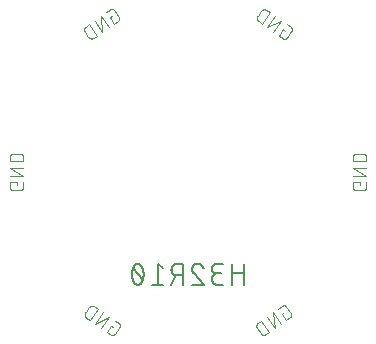
<source format=gbr>
G04 EAGLE Gerber RS-274X export*
G75*
%MOMM*%
%FSLAX34Y34*%
%LPD*%
%INSilkscreen Bottom*%
%IPPOS*%
%AMOC8*
5,1,8,0,0,1.08239X$1,22.5*%
G01*
%ADD10C,0.101600*%
%ADD11C,0.152400*%


D10*
X428596Y465683D02*
X427001Y466800D01*
X423278Y461483D01*
X426468Y459249D01*
X426551Y459194D01*
X426635Y459142D01*
X426722Y459093D01*
X426810Y459047D01*
X426900Y459005D01*
X426992Y458966D01*
X427085Y458931D01*
X427179Y458899D01*
X427274Y458871D01*
X427371Y458847D01*
X427468Y458826D01*
X427566Y458810D01*
X427665Y458796D01*
X427764Y458787D01*
X427863Y458782D01*
X427963Y458780D01*
X428062Y458782D01*
X428161Y458788D01*
X428260Y458798D01*
X428359Y458811D01*
X428457Y458829D01*
X428554Y458850D01*
X428650Y458874D01*
X428746Y458903D01*
X428840Y458935D01*
X428933Y458970D01*
X429024Y459009D01*
X429114Y459052D01*
X429202Y459098D01*
X429288Y459147D01*
X429373Y459200D01*
X429455Y459256D01*
X429535Y459315D01*
X429613Y459377D01*
X429688Y459442D01*
X429761Y459509D01*
X429831Y459580D01*
X429899Y459653D01*
X429963Y459729D01*
X430025Y459807D01*
X430084Y459887D01*
X433807Y465204D01*
X433862Y465287D01*
X433914Y465371D01*
X433963Y465458D01*
X434009Y465546D01*
X434051Y465636D01*
X434090Y465728D01*
X434125Y465821D01*
X434157Y465915D01*
X434185Y466010D01*
X434209Y466107D01*
X434230Y466204D01*
X434246Y466302D01*
X434260Y466401D01*
X434269Y466500D01*
X434274Y466599D01*
X434276Y466699D01*
X434274Y466798D01*
X434268Y466897D01*
X434258Y466996D01*
X434245Y467095D01*
X434227Y467193D01*
X434206Y467290D01*
X434182Y467386D01*
X434153Y467482D01*
X434121Y467576D01*
X434086Y467669D01*
X434047Y467760D01*
X434004Y467850D01*
X433958Y467938D01*
X433909Y468024D01*
X433856Y468109D01*
X433800Y468191D01*
X433741Y468271D01*
X433679Y468349D01*
X433614Y468424D01*
X433547Y468497D01*
X433476Y468567D01*
X433403Y468635D01*
X433327Y468699D01*
X433249Y468761D01*
X433169Y468820D01*
X433170Y468820D02*
X429979Y471054D01*
X425310Y474324D02*
X418608Y464753D01*
X413291Y468476D02*
X425310Y474324D01*
X419992Y478047D02*
X413291Y468476D01*
X408621Y471746D02*
X415322Y481317D01*
X412664Y483178D01*
X412664Y483179D02*
X412570Y483242D01*
X412474Y483302D01*
X412376Y483359D01*
X412276Y483412D01*
X412174Y483462D01*
X412070Y483508D01*
X411965Y483550D01*
X411859Y483589D01*
X411751Y483624D01*
X411642Y483655D01*
X411532Y483683D01*
X411421Y483706D01*
X411310Y483726D01*
X411198Y483742D01*
X411085Y483754D01*
X410972Y483762D01*
X410859Y483766D01*
X410745Y483766D01*
X410632Y483762D01*
X410519Y483754D01*
X410406Y483742D01*
X410294Y483726D01*
X410183Y483706D01*
X410072Y483683D01*
X409962Y483655D01*
X409853Y483624D01*
X409745Y483589D01*
X409639Y483550D01*
X409534Y483508D01*
X409430Y483462D01*
X409328Y483412D01*
X409228Y483359D01*
X409130Y483302D01*
X409034Y483242D01*
X408940Y483179D01*
X408849Y483112D01*
X408759Y483043D01*
X408672Y482970D01*
X408588Y482894D01*
X408507Y482815D01*
X408428Y482734D01*
X408352Y482650D01*
X408279Y482563D01*
X408210Y482474D01*
X408143Y482382D01*
X408144Y482381D02*
X405165Y478128D01*
X405102Y478034D01*
X405042Y477938D01*
X404985Y477840D01*
X404932Y477740D01*
X404882Y477638D01*
X404836Y477534D01*
X404794Y477429D01*
X404755Y477323D01*
X404720Y477215D01*
X404689Y477106D01*
X404661Y476996D01*
X404638Y476885D01*
X404618Y476774D01*
X404602Y476662D01*
X404590Y476549D01*
X404582Y476436D01*
X404578Y476323D01*
X404578Y476209D01*
X404582Y476096D01*
X404590Y475983D01*
X404602Y475870D01*
X404618Y475758D01*
X404638Y475647D01*
X404661Y475536D01*
X404689Y475426D01*
X404720Y475317D01*
X404755Y475209D01*
X404794Y475103D01*
X404836Y474998D01*
X404882Y474894D01*
X404932Y474792D01*
X404985Y474692D01*
X405042Y474594D01*
X405102Y474498D01*
X405165Y474404D01*
X405232Y474312D01*
X405301Y474223D01*
X405374Y474136D01*
X405450Y474052D01*
X405529Y473971D01*
X405610Y473892D01*
X405694Y473816D01*
X405781Y473743D01*
X405871Y473674D01*
X405962Y473607D01*
X408621Y471746D01*
X492049Y337254D02*
X492049Y335306D01*
X492049Y337254D02*
X485558Y337254D01*
X485558Y333359D01*
X485560Y333260D01*
X485566Y333160D01*
X485575Y333061D01*
X485588Y332963D01*
X485605Y332865D01*
X485626Y332767D01*
X485651Y332671D01*
X485679Y332576D01*
X485711Y332482D01*
X485746Y332389D01*
X485785Y332297D01*
X485828Y332207D01*
X485873Y332119D01*
X485923Y332032D01*
X485975Y331948D01*
X486031Y331865D01*
X486089Y331785D01*
X486151Y331707D01*
X486216Y331632D01*
X486284Y331559D01*
X486354Y331489D01*
X486427Y331421D01*
X486502Y331356D01*
X486580Y331294D01*
X486660Y331236D01*
X486743Y331180D01*
X486827Y331128D01*
X486914Y331078D01*
X487002Y331033D01*
X487092Y330990D01*
X487184Y330951D01*
X487277Y330916D01*
X487371Y330884D01*
X487466Y330856D01*
X487562Y330831D01*
X487660Y330810D01*
X487758Y330793D01*
X487856Y330780D01*
X487955Y330771D01*
X488055Y330765D01*
X488154Y330763D01*
X494646Y330763D01*
X494745Y330765D01*
X494845Y330771D01*
X494944Y330780D01*
X495042Y330793D01*
X495140Y330810D01*
X495238Y330831D01*
X495334Y330856D01*
X495429Y330884D01*
X495523Y330916D01*
X495616Y330951D01*
X495708Y330990D01*
X495798Y331033D01*
X495886Y331078D01*
X495973Y331128D01*
X496057Y331180D01*
X496140Y331236D01*
X496220Y331294D01*
X496298Y331356D01*
X496373Y331421D01*
X496446Y331489D01*
X496516Y331559D01*
X496584Y331632D01*
X496649Y331707D01*
X496711Y331785D01*
X496769Y331865D01*
X496825Y331948D01*
X496877Y332032D01*
X496927Y332119D01*
X496972Y332207D01*
X497015Y332297D01*
X497054Y332389D01*
X497089Y332481D01*
X497121Y332576D01*
X497149Y332671D01*
X497174Y332767D01*
X497195Y332865D01*
X497212Y332963D01*
X497225Y333061D01*
X497234Y333160D01*
X497240Y333260D01*
X497242Y333359D01*
X497242Y337254D01*
X497242Y342954D02*
X485558Y342954D01*
X485558Y349446D02*
X497242Y342954D01*
X497242Y349446D02*
X485558Y349446D01*
X485558Y355146D02*
X497242Y355146D01*
X497242Y358392D01*
X497240Y358505D01*
X497234Y358618D01*
X497224Y358731D01*
X497210Y358844D01*
X497193Y358956D01*
X497171Y359067D01*
X497146Y359177D01*
X497116Y359287D01*
X497083Y359395D01*
X497046Y359502D01*
X497006Y359608D01*
X496961Y359712D01*
X496913Y359815D01*
X496862Y359916D01*
X496807Y360015D01*
X496749Y360112D01*
X496687Y360207D01*
X496622Y360300D01*
X496554Y360390D01*
X496483Y360478D01*
X496408Y360564D01*
X496331Y360647D01*
X496251Y360727D01*
X496168Y360804D01*
X496082Y360879D01*
X495994Y360950D01*
X495904Y361018D01*
X495811Y361083D01*
X495716Y361145D01*
X495619Y361203D01*
X495520Y361258D01*
X495419Y361309D01*
X495316Y361357D01*
X495212Y361402D01*
X495106Y361442D01*
X494999Y361479D01*
X494891Y361512D01*
X494781Y361542D01*
X494671Y361567D01*
X494560Y361589D01*
X494448Y361606D01*
X494335Y361620D01*
X494222Y361630D01*
X494109Y361636D01*
X493996Y361638D01*
X488804Y361638D01*
X488691Y361636D01*
X488578Y361630D01*
X488465Y361620D01*
X488352Y361606D01*
X488240Y361589D01*
X488129Y361567D01*
X488019Y361542D01*
X487909Y361512D01*
X487801Y361479D01*
X487694Y361442D01*
X487588Y361402D01*
X487484Y361357D01*
X487381Y361309D01*
X487280Y361258D01*
X487181Y361203D01*
X487084Y361145D01*
X486989Y361083D01*
X486896Y361018D01*
X486806Y360950D01*
X486718Y360879D01*
X486632Y360804D01*
X486549Y360727D01*
X486469Y360647D01*
X486392Y360564D01*
X486317Y360478D01*
X486246Y360390D01*
X486178Y360300D01*
X486113Y360207D01*
X486051Y360112D01*
X485993Y360015D01*
X485938Y359916D01*
X485887Y359815D01*
X485839Y359712D01*
X485794Y359608D01*
X485754Y359502D01*
X485717Y359395D01*
X485684Y359287D01*
X485654Y359177D01*
X485629Y359067D01*
X485607Y358956D01*
X485590Y358844D01*
X485576Y358731D01*
X485566Y358618D01*
X485560Y358505D01*
X485558Y358392D01*
X485558Y355146D01*
X427351Y227280D02*
X425756Y226163D01*
X429479Y220846D01*
X432670Y223080D01*
X432669Y223080D02*
X432749Y223139D01*
X432827Y223201D01*
X432903Y223265D01*
X432976Y223333D01*
X433047Y223403D01*
X433114Y223476D01*
X433179Y223551D01*
X433241Y223629D01*
X433300Y223709D01*
X433356Y223791D01*
X433409Y223876D01*
X433458Y223962D01*
X433504Y224050D01*
X433547Y224140D01*
X433586Y224231D01*
X433621Y224324D01*
X433653Y224418D01*
X433682Y224514D01*
X433706Y224610D01*
X433727Y224707D01*
X433745Y224805D01*
X433758Y224904D01*
X433768Y225003D01*
X433774Y225102D01*
X433776Y225201D01*
X433774Y225301D01*
X433769Y225400D01*
X433759Y225499D01*
X433746Y225598D01*
X433730Y225696D01*
X433709Y225793D01*
X433685Y225890D01*
X433657Y225985D01*
X433625Y226079D01*
X433590Y226172D01*
X433551Y226264D01*
X433509Y226354D01*
X433463Y226442D01*
X433414Y226529D01*
X433362Y226613D01*
X433307Y226696D01*
X429584Y232013D01*
X429525Y232093D01*
X429463Y232171D01*
X429399Y232247D01*
X429331Y232320D01*
X429261Y232391D01*
X429188Y232458D01*
X429113Y232523D01*
X429035Y232585D01*
X428955Y232644D01*
X428873Y232700D01*
X428788Y232753D01*
X428702Y232802D01*
X428614Y232848D01*
X428524Y232891D01*
X428433Y232930D01*
X428340Y232965D01*
X428246Y232997D01*
X428150Y233026D01*
X428054Y233050D01*
X427957Y233071D01*
X427859Y233089D01*
X427760Y233102D01*
X427661Y233112D01*
X427562Y233118D01*
X427463Y233120D01*
X427363Y233118D01*
X427264Y233113D01*
X427165Y233104D01*
X427066Y233090D01*
X426968Y233074D01*
X426871Y233053D01*
X426774Y233029D01*
X426679Y233001D01*
X426585Y232969D01*
X426492Y232934D01*
X426400Y232895D01*
X426310Y232853D01*
X426222Y232807D01*
X426135Y232758D01*
X426051Y232706D01*
X425968Y232651D01*
X422778Y230417D01*
X418108Y227147D02*
X424809Y217576D01*
X419492Y213853D02*
X418108Y227147D01*
X412791Y223424D02*
X419492Y213853D01*
X414822Y210583D02*
X408121Y220154D01*
X405462Y218292D01*
X405462Y218293D02*
X405371Y218226D01*
X405281Y218157D01*
X405194Y218084D01*
X405110Y218008D01*
X405029Y217929D01*
X404950Y217848D01*
X404874Y217764D01*
X404801Y217677D01*
X404732Y217588D01*
X404665Y217496D01*
X404602Y217402D01*
X404542Y217306D01*
X404485Y217208D01*
X404432Y217108D01*
X404382Y217006D01*
X404336Y216902D01*
X404294Y216797D01*
X404255Y216691D01*
X404220Y216583D01*
X404189Y216474D01*
X404161Y216364D01*
X404138Y216253D01*
X404118Y216142D01*
X404102Y216030D01*
X404090Y215917D01*
X404082Y215804D01*
X404078Y215691D01*
X404078Y215577D01*
X404082Y215464D01*
X404090Y215351D01*
X404102Y215238D01*
X404118Y215126D01*
X404138Y215015D01*
X404161Y214904D01*
X404189Y214794D01*
X404220Y214685D01*
X404255Y214577D01*
X404294Y214471D01*
X404336Y214366D01*
X404382Y214262D01*
X404432Y214160D01*
X404485Y214060D01*
X404542Y213962D01*
X404602Y213866D01*
X404665Y213772D01*
X407644Y209518D01*
X407643Y209518D02*
X407710Y209427D01*
X407779Y209337D01*
X407852Y209250D01*
X407928Y209166D01*
X408007Y209085D01*
X408088Y209006D01*
X408172Y208930D01*
X408259Y208857D01*
X408349Y208788D01*
X408440Y208721D01*
X408534Y208658D01*
X408630Y208598D01*
X408728Y208541D01*
X408828Y208488D01*
X408930Y208438D01*
X409034Y208392D01*
X409139Y208350D01*
X409245Y208311D01*
X409353Y208276D01*
X409462Y208245D01*
X409572Y208217D01*
X409683Y208194D01*
X409794Y208174D01*
X409906Y208158D01*
X410019Y208146D01*
X410132Y208138D01*
X410245Y208134D01*
X410359Y208134D01*
X410472Y208138D01*
X410585Y208146D01*
X410698Y208158D01*
X410810Y208174D01*
X410921Y208194D01*
X411032Y208217D01*
X411142Y208245D01*
X411251Y208276D01*
X411359Y208311D01*
X411465Y208350D01*
X411570Y208392D01*
X411674Y208438D01*
X411776Y208488D01*
X411876Y208541D01*
X411974Y208598D01*
X412070Y208658D01*
X412164Y208721D01*
X414822Y210583D01*
X282896Y214783D02*
X281301Y215900D01*
X277578Y210583D01*
X280768Y208349D01*
X280851Y208294D01*
X280935Y208242D01*
X281022Y208193D01*
X281110Y208147D01*
X281200Y208105D01*
X281292Y208066D01*
X281385Y208031D01*
X281479Y207999D01*
X281574Y207971D01*
X281671Y207947D01*
X281768Y207926D01*
X281866Y207910D01*
X281965Y207896D01*
X282064Y207887D01*
X282163Y207882D01*
X282263Y207880D01*
X282362Y207882D01*
X282461Y207888D01*
X282560Y207898D01*
X282659Y207911D01*
X282757Y207929D01*
X282854Y207950D01*
X282950Y207974D01*
X283046Y208003D01*
X283140Y208035D01*
X283233Y208070D01*
X283324Y208109D01*
X283414Y208152D01*
X283502Y208198D01*
X283588Y208247D01*
X283673Y208300D01*
X283755Y208356D01*
X283835Y208415D01*
X283913Y208477D01*
X283988Y208542D01*
X284061Y208609D01*
X284131Y208680D01*
X284199Y208753D01*
X284263Y208829D01*
X284325Y208907D01*
X284384Y208987D01*
X288107Y214304D01*
X288162Y214387D01*
X288214Y214471D01*
X288263Y214558D01*
X288309Y214646D01*
X288351Y214736D01*
X288390Y214828D01*
X288425Y214921D01*
X288457Y215015D01*
X288485Y215110D01*
X288509Y215207D01*
X288530Y215304D01*
X288546Y215402D01*
X288560Y215501D01*
X288569Y215600D01*
X288574Y215699D01*
X288576Y215799D01*
X288574Y215898D01*
X288568Y215997D01*
X288558Y216096D01*
X288545Y216195D01*
X288527Y216293D01*
X288506Y216390D01*
X288482Y216486D01*
X288453Y216582D01*
X288421Y216676D01*
X288386Y216769D01*
X288347Y216860D01*
X288304Y216950D01*
X288258Y217038D01*
X288209Y217124D01*
X288156Y217209D01*
X288100Y217291D01*
X288041Y217371D01*
X287979Y217449D01*
X287914Y217524D01*
X287847Y217597D01*
X287776Y217667D01*
X287703Y217735D01*
X287627Y217799D01*
X287549Y217861D01*
X287469Y217920D01*
X287470Y217920D02*
X284279Y220154D01*
X279610Y223424D02*
X272908Y213853D01*
X267591Y217576D02*
X279610Y223424D01*
X274292Y227147D02*
X267591Y217576D01*
X262921Y220846D02*
X269622Y230417D01*
X266964Y232278D01*
X266964Y232279D02*
X266870Y232342D01*
X266774Y232402D01*
X266676Y232459D01*
X266576Y232512D01*
X266474Y232562D01*
X266370Y232608D01*
X266265Y232650D01*
X266159Y232689D01*
X266051Y232724D01*
X265942Y232755D01*
X265832Y232783D01*
X265721Y232806D01*
X265610Y232826D01*
X265498Y232842D01*
X265385Y232854D01*
X265272Y232862D01*
X265159Y232866D01*
X265045Y232866D01*
X264932Y232862D01*
X264819Y232854D01*
X264706Y232842D01*
X264594Y232826D01*
X264483Y232806D01*
X264372Y232783D01*
X264262Y232755D01*
X264153Y232724D01*
X264045Y232689D01*
X263939Y232650D01*
X263834Y232608D01*
X263730Y232562D01*
X263628Y232512D01*
X263528Y232459D01*
X263430Y232402D01*
X263334Y232342D01*
X263240Y232279D01*
X263149Y232212D01*
X263059Y232143D01*
X262972Y232070D01*
X262888Y231994D01*
X262807Y231915D01*
X262728Y231834D01*
X262652Y231750D01*
X262579Y231663D01*
X262510Y231574D01*
X262443Y231482D01*
X262444Y231481D02*
X259465Y227228D01*
X259402Y227134D01*
X259342Y227038D01*
X259285Y226940D01*
X259232Y226840D01*
X259182Y226738D01*
X259136Y226634D01*
X259094Y226529D01*
X259055Y226423D01*
X259020Y226315D01*
X258989Y226206D01*
X258961Y226096D01*
X258938Y225985D01*
X258918Y225874D01*
X258902Y225762D01*
X258890Y225649D01*
X258882Y225536D01*
X258878Y225423D01*
X258878Y225309D01*
X258882Y225196D01*
X258890Y225083D01*
X258902Y224970D01*
X258918Y224858D01*
X258938Y224747D01*
X258961Y224636D01*
X258989Y224526D01*
X259020Y224417D01*
X259055Y224309D01*
X259094Y224203D01*
X259136Y224098D01*
X259182Y223994D01*
X259232Y223892D01*
X259285Y223792D01*
X259342Y223694D01*
X259402Y223598D01*
X259465Y223504D01*
X259532Y223412D01*
X259601Y223323D01*
X259674Y223236D01*
X259750Y223152D01*
X259829Y223071D01*
X259910Y222992D01*
X259994Y222916D01*
X260081Y222843D01*
X260171Y222774D01*
X260262Y222707D01*
X262921Y220846D01*
X201649Y335306D02*
X201649Y337254D01*
X195158Y337254D01*
X195158Y333359D01*
X195160Y333260D01*
X195166Y333160D01*
X195175Y333061D01*
X195188Y332963D01*
X195205Y332865D01*
X195226Y332767D01*
X195251Y332671D01*
X195279Y332576D01*
X195311Y332482D01*
X195346Y332389D01*
X195385Y332297D01*
X195428Y332207D01*
X195473Y332119D01*
X195523Y332032D01*
X195575Y331948D01*
X195631Y331865D01*
X195689Y331785D01*
X195751Y331707D01*
X195816Y331632D01*
X195884Y331559D01*
X195954Y331489D01*
X196027Y331421D01*
X196102Y331356D01*
X196180Y331294D01*
X196260Y331236D01*
X196343Y331180D01*
X196427Y331128D01*
X196514Y331078D01*
X196602Y331033D01*
X196692Y330990D01*
X196784Y330951D01*
X196877Y330916D01*
X196971Y330884D01*
X197066Y330856D01*
X197162Y330831D01*
X197260Y330810D01*
X197358Y330793D01*
X197456Y330780D01*
X197555Y330771D01*
X197655Y330765D01*
X197754Y330763D01*
X204246Y330763D01*
X204345Y330765D01*
X204445Y330771D01*
X204544Y330780D01*
X204642Y330793D01*
X204740Y330810D01*
X204838Y330831D01*
X204934Y330856D01*
X205029Y330884D01*
X205123Y330916D01*
X205216Y330951D01*
X205308Y330990D01*
X205398Y331033D01*
X205486Y331078D01*
X205573Y331128D01*
X205657Y331180D01*
X205740Y331236D01*
X205820Y331294D01*
X205898Y331356D01*
X205973Y331421D01*
X206046Y331489D01*
X206116Y331559D01*
X206184Y331632D01*
X206249Y331707D01*
X206311Y331785D01*
X206369Y331865D01*
X206425Y331948D01*
X206477Y332032D01*
X206527Y332119D01*
X206572Y332207D01*
X206615Y332297D01*
X206654Y332389D01*
X206689Y332481D01*
X206721Y332576D01*
X206749Y332671D01*
X206774Y332767D01*
X206795Y332865D01*
X206812Y332963D01*
X206825Y333061D01*
X206834Y333160D01*
X206840Y333260D01*
X206842Y333359D01*
X206842Y337254D01*
X206842Y342954D02*
X195158Y342954D01*
X195158Y349446D02*
X206842Y342954D01*
X206842Y349446D02*
X195158Y349446D01*
X195158Y355146D02*
X206842Y355146D01*
X206842Y358392D01*
X206840Y358505D01*
X206834Y358618D01*
X206824Y358731D01*
X206810Y358844D01*
X206793Y358956D01*
X206771Y359067D01*
X206746Y359177D01*
X206716Y359287D01*
X206683Y359395D01*
X206646Y359502D01*
X206606Y359608D01*
X206561Y359712D01*
X206513Y359815D01*
X206462Y359916D01*
X206407Y360015D01*
X206349Y360112D01*
X206287Y360207D01*
X206222Y360300D01*
X206154Y360390D01*
X206083Y360478D01*
X206008Y360564D01*
X205931Y360647D01*
X205851Y360727D01*
X205768Y360804D01*
X205682Y360879D01*
X205594Y360950D01*
X205504Y361018D01*
X205411Y361083D01*
X205316Y361145D01*
X205219Y361203D01*
X205120Y361258D01*
X205019Y361309D01*
X204916Y361357D01*
X204812Y361402D01*
X204706Y361442D01*
X204599Y361479D01*
X204491Y361512D01*
X204381Y361542D01*
X204271Y361567D01*
X204160Y361589D01*
X204048Y361606D01*
X203935Y361620D01*
X203822Y361630D01*
X203709Y361636D01*
X203596Y361638D01*
X198404Y361638D01*
X198291Y361636D01*
X198178Y361630D01*
X198065Y361620D01*
X197952Y361606D01*
X197840Y361589D01*
X197729Y361567D01*
X197619Y361542D01*
X197509Y361512D01*
X197401Y361479D01*
X197294Y361442D01*
X197188Y361402D01*
X197084Y361357D01*
X196981Y361309D01*
X196880Y361258D01*
X196781Y361203D01*
X196684Y361145D01*
X196589Y361083D01*
X196496Y361018D01*
X196406Y360950D01*
X196318Y360879D01*
X196232Y360804D01*
X196149Y360727D01*
X196069Y360647D01*
X195992Y360564D01*
X195917Y360478D01*
X195846Y360390D01*
X195778Y360300D01*
X195713Y360207D01*
X195651Y360112D01*
X195593Y360015D01*
X195538Y359916D01*
X195487Y359815D01*
X195439Y359712D01*
X195394Y359608D01*
X195354Y359502D01*
X195317Y359395D01*
X195284Y359287D01*
X195254Y359177D01*
X195229Y359067D01*
X195207Y358956D01*
X195190Y358844D01*
X195176Y358731D01*
X195166Y358618D01*
X195160Y358505D01*
X195158Y358392D01*
X195158Y355146D01*
X280056Y477063D02*
X281651Y478180D01*
X280056Y477063D02*
X283779Y471746D01*
X286970Y473980D01*
X286969Y473980D02*
X287049Y474039D01*
X287127Y474101D01*
X287203Y474165D01*
X287276Y474233D01*
X287347Y474303D01*
X287414Y474376D01*
X287479Y474451D01*
X287541Y474529D01*
X287600Y474609D01*
X287656Y474691D01*
X287709Y474776D01*
X287758Y474862D01*
X287804Y474950D01*
X287847Y475040D01*
X287886Y475131D01*
X287921Y475224D01*
X287953Y475318D01*
X287982Y475414D01*
X288006Y475510D01*
X288027Y475607D01*
X288045Y475705D01*
X288058Y475804D01*
X288068Y475903D01*
X288074Y476002D01*
X288076Y476101D01*
X288074Y476201D01*
X288069Y476300D01*
X288059Y476399D01*
X288046Y476498D01*
X288030Y476596D01*
X288009Y476693D01*
X287985Y476790D01*
X287957Y476885D01*
X287925Y476979D01*
X287890Y477072D01*
X287851Y477164D01*
X287809Y477254D01*
X287763Y477342D01*
X287714Y477429D01*
X287662Y477513D01*
X287607Y477596D01*
X283884Y482913D01*
X283825Y482993D01*
X283763Y483071D01*
X283699Y483147D01*
X283631Y483220D01*
X283561Y483291D01*
X283488Y483358D01*
X283413Y483423D01*
X283335Y483485D01*
X283255Y483544D01*
X283173Y483600D01*
X283088Y483653D01*
X283002Y483702D01*
X282914Y483748D01*
X282824Y483791D01*
X282733Y483830D01*
X282640Y483865D01*
X282546Y483897D01*
X282450Y483926D01*
X282354Y483950D01*
X282257Y483971D01*
X282159Y483989D01*
X282060Y484002D01*
X281961Y484012D01*
X281862Y484018D01*
X281763Y484020D01*
X281663Y484018D01*
X281564Y484013D01*
X281465Y484004D01*
X281366Y483990D01*
X281268Y483974D01*
X281171Y483953D01*
X281074Y483929D01*
X280979Y483901D01*
X280885Y483869D01*
X280792Y483834D01*
X280700Y483795D01*
X280610Y483753D01*
X280522Y483707D01*
X280435Y483658D01*
X280351Y483606D01*
X280268Y483551D01*
X277078Y481317D01*
X272408Y478047D02*
X279109Y468476D01*
X273792Y464753D02*
X272408Y478047D01*
X267091Y474324D02*
X273792Y464753D01*
X269122Y461483D02*
X262421Y471054D01*
X259762Y469192D01*
X259762Y469193D02*
X259671Y469126D01*
X259581Y469057D01*
X259494Y468984D01*
X259410Y468908D01*
X259329Y468829D01*
X259250Y468748D01*
X259174Y468664D01*
X259101Y468577D01*
X259032Y468488D01*
X258965Y468396D01*
X258902Y468302D01*
X258842Y468206D01*
X258785Y468108D01*
X258732Y468008D01*
X258682Y467906D01*
X258636Y467802D01*
X258594Y467697D01*
X258555Y467591D01*
X258520Y467483D01*
X258489Y467374D01*
X258461Y467264D01*
X258438Y467153D01*
X258418Y467042D01*
X258402Y466930D01*
X258390Y466817D01*
X258382Y466704D01*
X258378Y466591D01*
X258378Y466477D01*
X258382Y466364D01*
X258390Y466251D01*
X258402Y466138D01*
X258418Y466026D01*
X258438Y465915D01*
X258461Y465804D01*
X258489Y465694D01*
X258520Y465585D01*
X258555Y465477D01*
X258594Y465371D01*
X258636Y465266D01*
X258682Y465162D01*
X258732Y465060D01*
X258785Y464960D01*
X258842Y464862D01*
X258902Y464766D01*
X258965Y464672D01*
X261944Y460418D01*
X261943Y460418D02*
X262010Y460327D01*
X262079Y460237D01*
X262152Y460150D01*
X262228Y460066D01*
X262307Y459985D01*
X262388Y459906D01*
X262472Y459830D01*
X262559Y459757D01*
X262649Y459688D01*
X262740Y459621D01*
X262834Y459558D01*
X262930Y459498D01*
X263028Y459441D01*
X263128Y459388D01*
X263230Y459338D01*
X263334Y459292D01*
X263439Y459250D01*
X263545Y459211D01*
X263653Y459176D01*
X263762Y459145D01*
X263872Y459117D01*
X263983Y459094D01*
X264094Y459074D01*
X264206Y459058D01*
X264319Y459046D01*
X264432Y459038D01*
X264545Y459034D01*
X264659Y459034D01*
X264772Y459038D01*
X264885Y459046D01*
X264998Y459058D01*
X265110Y459074D01*
X265221Y459094D01*
X265332Y459117D01*
X265442Y459145D01*
X265551Y459176D01*
X265659Y459211D01*
X265765Y459250D01*
X265870Y459292D01*
X265974Y459338D01*
X266076Y459388D01*
X266176Y459441D01*
X266274Y459498D01*
X266370Y459558D01*
X266464Y459621D01*
X269122Y461483D01*
D11*
X393575Y268493D02*
X393575Y250713D01*
X393575Y260591D02*
X383698Y260591D01*
X383698Y268493D02*
X383698Y250713D01*
X376267Y250713D02*
X371328Y250713D01*
X371188Y250715D01*
X371049Y250721D01*
X370909Y250731D01*
X370770Y250745D01*
X370631Y250762D01*
X370493Y250784D01*
X370356Y250810D01*
X370219Y250839D01*
X370083Y250872D01*
X369949Y250909D01*
X369815Y250950D01*
X369683Y250995D01*
X369551Y251044D01*
X369422Y251096D01*
X369294Y251151D01*
X369167Y251211D01*
X369042Y251274D01*
X368919Y251340D01*
X368798Y251410D01*
X368679Y251483D01*
X368562Y251560D01*
X368448Y251640D01*
X368335Y251723D01*
X368225Y251809D01*
X368118Y251899D01*
X368013Y251991D01*
X367911Y252086D01*
X367811Y252184D01*
X367714Y252285D01*
X367620Y252389D01*
X367530Y252495D01*
X367442Y252604D01*
X367357Y252715D01*
X367276Y252829D01*
X367197Y252944D01*
X367122Y253062D01*
X367051Y253182D01*
X366983Y253305D01*
X366918Y253428D01*
X366857Y253554D01*
X366799Y253682D01*
X366745Y253810D01*
X366695Y253941D01*
X366648Y254073D01*
X366605Y254206D01*
X366566Y254340D01*
X366531Y254475D01*
X366500Y254611D01*
X366472Y254749D01*
X366449Y254886D01*
X366429Y255025D01*
X366413Y255164D01*
X366401Y255303D01*
X366393Y255442D01*
X366389Y255582D01*
X366389Y255722D01*
X366393Y255862D01*
X366401Y256001D01*
X366413Y256140D01*
X366429Y256279D01*
X366449Y256418D01*
X366472Y256555D01*
X366500Y256693D01*
X366531Y256829D01*
X366566Y256964D01*
X366605Y257098D01*
X366648Y257231D01*
X366695Y257363D01*
X366745Y257494D01*
X366799Y257622D01*
X366857Y257750D01*
X366918Y257876D01*
X366983Y257999D01*
X367051Y258122D01*
X367122Y258242D01*
X367197Y258360D01*
X367276Y258475D01*
X367357Y258589D01*
X367442Y258700D01*
X367530Y258809D01*
X367620Y258915D01*
X367714Y259019D01*
X367811Y259120D01*
X367911Y259218D01*
X368013Y259313D01*
X368118Y259405D01*
X368225Y259495D01*
X368335Y259581D01*
X368448Y259664D01*
X368562Y259744D01*
X368679Y259821D01*
X368798Y259894D01*
X368919Y259964D01*
X369042Y260030D01*
X369167Y260093D01*
X369294Y260153D01*
X369422Y260208D01*
X369551Y260260D01*
X369683Y260309D01*
X369815Y260354D01*
X369949Y260395D01*
X370083Y260432D01*
X370219Y260465D01*
X370356Y260494D01*
X370493Y260520D01*
X370631Y260542D01*
X370770Y260559D01*
X370909Y260573D01*
X371049Y260583D01*
X371188Y260589D01*
X371328Y260591D01*
X370340Y268493D02*
X376267Y268493D01*
X370340Y268493D02*
X370216Y268491D01*
X370092Y268485D01*
X369968Y268475D01*
X369845Y268462D01*
X369722Y268444D01*
X369600Y268423D01*
X369478Y268398D01*
X369357Y268369D01*
X369238Y268336D01*
X369119Y268300D01*
X369002Y268259D01*
X368886Y268216D01*
X368771Y268168D01*
X368658Y268117D01*
X368546Y268062D01*
X368437Y268004D01*
X368329Y267943D01*
X368223Y267878D01*
X368119Y267810D01*
X368018Y267738D01*
X367918Y267664D01*
X367822Y267586D01*
X367727Y267506D01*
X367635Y267422D01*
X367546Y267336D01*
X367460Y267247D01*
X367376Y267155D01*
X367296Y267060D01*
X367218Y266964D01*
X367144Y266864D01*
X367072Y266763D01*
X367004Y266659D01*
X366939Y266553D01*
X366878Y266445D01*
X366820Y266336D01*
X366765Y266224D01*
X366714Y266111D01*
X366666Y265996D01*
X366623Y265880D01*
X366582Y265763D01*
X366546Y265644D01*
X366513Y265525D01*
X366484Y265404D01*
X366459Y265282D01*
X366438Y265160D01*
X366420Y265037D01*
X366407Y264914D01*
X366397Y264790D01*
X366391Y264666D01*
X366389Y264542D01*
X366391Y264418D01*
X366397Y264294D01*
X366407Y264170D01*
X366420Y264047D01*
X366438Y263924D01*
X366459Y263802D01*
X366484Y263680D01*
X366513Y263559D01*
X366546Y263440D01*
X366582Y263321D01*
X366623Y263204D01*
X366666Y263088D01*
X366714Y262973D01*
X366765Y262860D01*
X366820Y262748D01*
X366878Y262639D01*
X366939Y262531D01*
X367004Y262425D01*
X367072Y262321D01*
X367144Y262220D01*
X367218Y262120D01*
X367296Y262024D01*
X367376Y261929D01*
X367460Y261837D01*
X367546Y261748D01*
X367635Y261662D01*
X367727Y261578D01*
X367822Y261498D01*
X367918Y261420D01*
X368018Y261346D01*
X368119Y261274D01*
X368223Y261206D01*
X368329Y261141D01*
X368437Y261080D01*
X368546Y261022D01*
X368658Y260967D01*
X368771Y260916D01*
X368886Y260868D01*
X369002Y260825D01*
X369119Y260784D01*
X369238Y260748D01*
X369357Y260715D01*
X369478Y260686D01*
X369600Y260661D01*
X369722Y260640D01*
X369845Y260622D01*
X369968Y260609D01*
X370092Y260599D01*
X370216Y260593D01*
X370340Y260591D01*
X374291Y260591D01*
X354083Y268493D02*
X353951Y268491D01*
X353820Y268485D01*
X353688Y268475D01*
X353557Y268462D01*
X353427Y268444D01*
X353297Y268423D01*
X353167Y268398D01*
X353039Y268369D01*
X352911Y268336D01*
X352785Y268299D01*
X352659Y268259D01*
X352535Y268215D01*
X352412Y268167D01*
X352291Y268116D01*
X352171Y268061D01*
X352053Y268003D01*
X351937Y267941D01*
X351823Y267875D01*
X351710Y267807D01*
X351600Y267735D01*
X351492Y267660D01*
X351386Y267581D01*
X351282Y267500D01*
X351181Y267415D01*
X351083Y267328D01*
X350987Y267237D01*
X350894Y267144D01*
X350803Y267048D01*
X350716Y266950D01*
X350631Y266849D01*
X350550Y266745D01*
X350471Y266639D01*
X350396Y266531D01*
X350324Y266421D01*
X350256Y266308D01*
X350190Y266194D01*
X350128Y266078D01*
X350070Y265960D01*
X350015Y265840D01*
X349964Y265719D01*
X349916Y265596D01*
X349872Y265472D01*
X349832Y265346D01*
X349795Y265220D01*
X349762Y265092D01*
X349733Y264964D01*
X349708Y264834D01*
X349687Y264704D01*
X349669Y264574D01*
X349656Y264443D01*
X349646Y264311D01*
X349640Y264180D01*
X349638Y264048D01*
X354083Y268494D02*
X354233Y268492D01*
X354382Y268486D01*
X354531Y268476D01*
X354680Y268463D01*
X354829Y268445D01*
X354977Y268424D01*
X355125Y268398D01*
X355271Y268369D01*
X355417Y268336D01*
X355562Y268299D01*
X355706Y268258D01*
X355849Y268214D01*
X355991Y268166D01*
X356131Y268114D01*
X356270Y268059D01*
X356408Y268000D01*
X356543Y267937D01*
X356678Y267871D01*
X356810Y267801D01*
X356940Y267728D01*
X357069Y267651D01*
X357196Y267571D01*
X357320Y267488D01*
X357442Y267402D01*
X357562Y267312D01*
X357679Y267219D01*
X357794Y267124D01*
X357907Y267025D01*
X358017Y266923D01*
X358124Y266819D01*
X358228Y266712D01*
X358330Y266602D01*
X358428Y266489D01*
X358524Y266374D01*
X358616Y266256D01*
X358706Y266136D01*
X358792Y266014D01*
X358875Y265890D01*
X358955Y265763D01*
X359031Y265635D01*
X359104Y265504D01*
X359174Y265371D01*
X359240Y265237D01*
X359302Y265101D01*
X359361Y264964D01*
X359417Y264825D01*
X359468Y264684D01*
X359516Y264543D01*
X351121Y260591D02*
X351025Y260684D01*
X350933Y260780D01*
X350843Y260879D01*
X350756Y260980D01*
X350672Y261083D01*
X350590Y261188D01*
X350512Y261296D01*
X350437Y261406D01*
X350364Y261518D01*
X350295Y261632D01*
X350229Y261748D01*
X350167Y261866D01*
X350108Y261985D01*
X350052Y262106D01*
X349999Y262229D01*
X349950Y262353D01*
X349905Y262478D01*
X349862Y262605D01*
X349824Y262732D01*
X349789Y262861D01*
X349758Y262990D01*
X349730Y263121D01*
X349706Y263252D01*
X349685Y263384D01*
X349669Y263516D01*
X349656Y263649D01*
X349646Y263782D01*
X349641Y263915D01*
X349639Y264048D01*
X351120Y260591D02*
X359516Y250713D01*
X349638Y250713D01*
X342122Y250713D02*
X342122Y268493D01*
X337183Y268493D01*
X337043Y268491D01*
X336904Y268485D01*
X336764Y268475D01*
X336625Y268461D01*
X336486Y268444D01*
X336348Y268422D01*
X336211Y268396D01*
X336074Y268367D01*
X335938Y268334D01*
X335804Y268297D01*
X335670Y268256D01*
X335538Y268211D01*
X335406Y268162D01*
X335277Y268110D01*
X335149Y268055D01*
X335022Y267995D01*
X334897Y267932D01*
X334774Y267866D01*
X334653Y267796D01*
X334534Y267723D01*
X334417Y267646D01*
X334303Y267566D01*
X334190Y267483D01*
X334080Y267397D01*
X333973Y267307D01*
X333868Y267215D01*
X333766Y267120D01*
X333666Y267022D01*
X333569Y266921D01*
X333475Y266817D01*
X333385Y266711D01*
X333297Y266602D01*
X333212Y266491D01*
X333131Y266377D01*
X333052Y266262D01*
X332977Y266144D01*
X332906Y266024D01*
X332838Y265901D01*
X332773Y265778D01*
X332712Y265652D01*
X332654Y265524D01*
X332600Y265396D01*
X332550Y265265D01*
X332503Y265133D01*
X332460Y265000D01*
X332421Y264866D01*
X332386Y264731D01*
X332355Y264595D01*
X332327Y264457D01*
X332304Y264320D01*
X332284Y264181D01*
X332268Y264042D01*
X332256Y263903D01*
X332248Y263764D01*
X332244Y263624D01*
X332244Y263484D01*
X332248Y263344D01*
X332256Y263205D01*
X332268Y263066D01*
X332284Y262927D01*
X332304Y262788D01*
X332327Y262651D01*
X332355Y262513D01*
X332386Y262377D01*
X332421Y262242D01*
X332460Y262108D01*
X332503Y261975D01*
X332550Y261843D01*
X332600Y261712D01*
X332654Y261584D01*
X332712Y261456D01*
X332773Y261330D01*
X332838Y261207D01*
X332906Y261084D01*
X332977Y260964D01*
X333052Y260846D01*
X333131Y260731D01*
X333212Y260617D01*
X333297Y260506D01*
X333385Y260397D01*
X333475Y260291D01*
X333569Y260187D01*
X333666Y260086D01*
X333766Y259988D01*
X333868Y259893D01*
X333973Y259801D01*
X334080Y259711D01*
X334190Y259625D01*
X334303Y259542D01*
X334417Y259462D01*
X334534Y259385D01*
X334653Y259312D01*
X334774Y259242D01*
X334897Y259176D01*
X335022Y259113D01*
X335149Y259053D01*
X335277Y258998D01*
X335406Y258946D01*
X335538Y258897D01*
X335670Y258852D01*
X335804Y258811D01*
X335938Y258774D01*
X336074Y258741D01*
X336211Y258712D01*
X336348Y258686D01*
X336486Y258664D01*
X336625Y258647D01*
X336764Y258633D01*
X336904Y258623D01*
X337043Y258617D01*
X337183Y258615D01*
X342122Y258615D01*
X336195Y258615D02*
X332244Y250713D01*
X325457Y264542D02*
X320518Y268493D01*
X320518Y250713D01*
X325457Y250713D02*
X315579Y250713D01*
X308706Y259603D02*
X308702Y259953D01*
X308689Y260302D01*
X308668Y260651D01*
X308639Y261000D01*
X308602Y261348D01*
X308556Y261695D01*
X308502Y262040D01*
X308440Y262384D01*
X308369Y262727D01*
X308290Y263068D01*
X308204Y263407D01*
X308109Y263743D01*
X308006Y264078D01*
X307895Y264409D01*
X307777Y264739D01*
X307650Y265065D01*
X307516Y265388D01*
X307374Y265707D01*
X307224Y266024D01*
X307225Y266024D02*
X307185Y266137D01*
X307141Y266247D01*
X307093Y266357D01*
X307042Y266464D01*
X306987Y266570D01*
X306929Y266675D01*
X306867Y266777D01*
X306802Y266877D01*
X306734Y266975D01*
X306663Y267071D01*
X306588Y267164D01*
X306511Y267255D01*
X306431Y267343D01*
X306348Y267428D01*
X306262Y267511D01*
X306173Y267591D01*
X306082Y267668D01*
X305988Y267742D01*
X305892Y267813D01*
X305794Y267881D01*
X305694Y267945D01*
X305591Y268007D01*
X305487Y268064D01*
X305381Y268119D01*
X305273Y268170D01*
X305163Y268217D01*
X305052Y268261D01*
X304940Y268301D01*
X304826Y268337D01*
X304712Y268370D01*
X304596Y268399D01*
X304479Y268424D01*
X304362Y268445D01*
X304244Y268463D01*
X304125Y268476D01*
X304006Y268486D01*
X303887Y268492D01*
X303768Y268494D01*
X303768Y268493D02*
X303649Y268491D01*
X303530Y268485D01*
X303411Y268475D01*
X303292Y268462D01*
X303174Y268444D01*
X303057Y268423D01*
X302940Y268398D01*
X302824Y268369D01*
X302710Y268336D01*
X302596Y268300D01*
X302484Y268260D01*
X302373Y268216D01*
X302263Y268169D01*
X302155Y268118D01*
X302049Y268063D01*
X301945Y268006D01*
X301842Y267944D01*
X301742Y267880D01*
X301644Y267812D01*
X301548Y267741D01*
X301454Y267667D01*
X301363Y267590D01*
X301274Y267510D01*
X301189Y267427D01*
X301105Y267342D01*
X301025Y267254D01*
X300948Y267163D01*
X300873Y267070D01*
X300802Y266974D01*
X300734Y266876D01*
X300669Y266776D01*
X300607Y266674D01*
X300549Y266569D01*
X300494Y266464D01*
X300443Y266356D01*
X300395Y266246D01*
X300351Y266136D01*
X300311Y266023D01*
X300311Y266024D02*
X300161Y265707D01*
X300019Y265388D01*
X299885Y265065D01*
X299758Y264739D01*
X299640Y264409D01*
X299529Y264078D01*
X299426Y263743D01*
X299331Y263407D01*
X299245Y263068D01*
X299166Y262727D01*
X299095Y262384D01*
X299033Y262040D01*
X298979Y261695D01*
X298933Y261348D01*
X298896Y261000D01*
X298867Y260651D01*
X298846Y260302D01*
X298833Y259953D01*
X298829Y259603D01*
X308706Y259603D02*
X308702Y259253D01*
X308689Y258904D01*
X308668Y258555D01*
X308639Y258206D01*
X308602Y257858D01*
X308556Y257511D01*
X308502Y257166D01*
X308440Y256822D01*
X308369Y256479D01*
X308290Y256138D01*
X308204Y255799D01*
X308109Y255463D01*
X308006Y255128D01*
X307895Y254797D01*
X307777Y254468D01*
X307650Y254141D01*
X307516Y253818D01*
X307374Y253499D01*
X307224Y253183D01*
X307225Y253183D02*
X307185Y253070D01*
X307141Y252960D01*
X307093Y252850D01*
X307042Y252743D01*
X306987Y252637D01*
X306929Y252532D01*
X306867Y252430D01*
X306802Y252330D01*
X306734Y252232D01*
X306663Y252136D01*
X306588Y252043D01*
X306511Y251952D01*
X306431Y251864D01*
X306348Y251779D01*
X306262Y251696D01*
X306173Y251616D01*
X306082Y251539D01*
X305988Y251465D01*
X305892Y251394D01*
X305794Y251326D01*
X305694Y251262D01*
X305591Y251200D01*
X305487Y251143D01*
X305381Y251088D01*
X305273Y251037D01*
X305163Y250990D01*
X305052Y250946D01*
X304940Y250906D01*
X304826Y250870D01*
X304712Y250837D01*
X304596Y250808D01*
X304479Y250783D01*
X304362Y250762D01*
X304244Y250744D01*
X304125Y250731D01*
X304006Y250721D01*
X303887Y250715D01*
X303768Y250713D01*
X300311Y253183D02*
X300161Y253499D01*
X300019Y253818D01*
X299885Y254141D01*
X299758Y254468D01*
X299640Y254797D01*
X299529Y255128D01*
X299426Y255463D01*
X299331Y255799D01*
X299245Y256138D01*
X299166Y256479D01*
X299095Y256822D01*
X299033Y257166D01*
X298979Y257511D01*
X298933Y257858D01*
X298896Y258206D01*
X298867Y258555D01*
X298846Y258904D01*
X298833Y259253D01*
X298829Y259603D01*
X300311Y253183D02*
X300351Y253070D01*
X300395Y252960D01*
X300443Y252850D01*
X300494Y252742D01*
X300549Y252636D01*
X300607Y252532D01*
X300669Y252430D01*
X300734Y252330D01*
X300802Y252232D01*
X300873Y252136D01*
X300948Y252043D01*
X301025Y251952D01*
X301105Y251864D01*
X301189Y251779D01*
X301274Y251696D01*
X301363Y251616D01*
X301454Y251539D01*
X301548Y251465D01*
X301644Y251394D01*
X301742Y251326D01*
X301842Y251262D01*
X301945Y251200D01*
X302049Y251142D01*
X302155Y251088D01*
X302263Y251037D01*
X302373Y250990D01*
X302484Y250946D01*
X302596Y250906D01*
X302710Y250870D01*
X302824Y250837D01*
X302940Y250808D01*
X303057Y250783D01*
X303174Y250762D01*
X303292Y250744D01*
X303411Y250731D01*
X303530Y250721D01*
X303649Y250715D01*
X303768Y250713D01*
X307719Y254664D02*
X299816Y264542D01*
M02*

</source>
